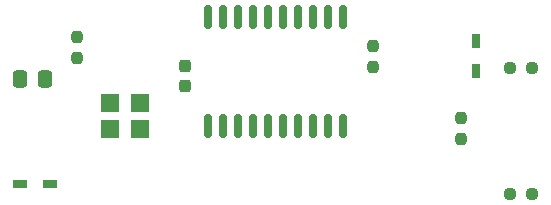
<source format=gbr>
%TF.GenerationSoftware,KiCad,Pcbnew,(6.0.5)*%
%TF.CreationDate,2022-05-22T23:21:51-04:00*%
%TF.ProjectId,controller,636f6e74-726f-46c6-9c65-722e6b696361,rev?*%
%TF.SameCoordinates,Original*%
%TF.FileFunction,Paste,Top*%
%TF.FilePolarity,Positive*%
%FSLAX46Y46*%
G04 Gerber Fmt 4.6, Leading zero omitted, Abs format (unit mm)*
G04 Created by KiCad (PCBNEW (6.0.5)) date 2022-05-22 23:21:51*
%MOMM*%
%LPD*%
G01*
G04 APERTURE LIST*
G04 Aperture macros list*
%AMRoundRect*
0 Rectangle with rounded corners*
0 $1 Rounding radius*
0 $2 $3 $4 $5 $6 $7 $8 $9 X,Y pos of 4 corners*
0 Add a 4 corners polygon primitive as box body*
4,1,4,$2,$3,$4,$5,$6,$7,$8,$9,$2,$3,0*
0 Add four circle primitives for the rounded corners*
1,1,$1+$1,$2,$3*
1,1,$1+$1,$4,$5*
1,1,$1+$1,$6,$7*
1,1,$1+$1,$8,$9*
0 Add four rect primitives between the rounded corners*
20,1,$1+$1,$2,$3,$4,$5,0*
20,1,$1+$1,$4,$5,$6,$7,0*
20,1,$1+$1,$6,$7,$8,$9,0*
20,1,$1+$1,$8,$9,$2,$3,0*%
G04 Aperture macros list end*
%ADD10RoundRect,0.237500X0.237500X-0.300000X0.237500X0.300000X-0.237500X0.300000X-0.237500X-0.300000X0*%
%ADD11R,1.200000X0.750000*%
%ADD12R,1.600000X1.500000*%
%ADD13R,0.750000X1.200000*%
%ADD14RoundRect,0.150000X0.150000X-0.875000X0.150000X0.875000X-0.150000X0.875000X-0.150000X-0.875000X0*%
%ADD15RoundRect,0.237500X0.250000X0.237500X-0.250000X0.237500X-0.250000X-0.237500X0.250000X-0.237500X0*%
%ADD16RoundRect,0.237500X0.237500X-0.250000X0.237500X0.250000X-0.237500X0.250000X-0.237500X-0.250000X0*%
%ADD17RoundRect,0.250000X-0.337500X-0.475000X0.337500X-0.475000X0.337500X0.475000X-0.337500X0.475000X0*%
G04 APERTURE END LIST*
D10*
%TO.C,C2*%
X106680000Y-83820000D03*
X106680000Y-82095000D03*
%TD*%
D11*
%TO.C,D1*%
X95250000Y-92075000D03*
X92710000Y-92075000D03*
%TD*%
D12*
%TO.C,X1*%
X100330000Y-87460000D03*
X102870000Y-87460000D03*
X102870000Y-85260000D03*
X100330000Y-85260000D03*
%TD*%
D13*
%TO.C,D3*%
X131318000Y-82550000D03*
X131318000Y-80010000D03*
%TD*%
D14*
%TO.C,U2*%
X108585000Y-87200000D03*
X109855000Y-87200000D03*
X111125000Y-87200000D03*
X112395000Y-87200000D03*
X113665000Y-87200000D03*
X114935000Y-87200000D03*
X116205000Y-87200000D03*
X117475000Y-87200000D03*
X118745000Y-87200000D03*
X120015000Y-87200000D03*
X120015000Y-77900000D03*
X118745000Y-77900000D03*
X117475000Y-77900000D03*
X116205000Y-77900000D03*
X114935000Y-77900000D03*
X113665000Y-77900000D03*
X112395000Y-77900000D03*
X111125000Y-77900000D03*
X109855000Y-77900000D03*
X108585000Y-77900000D03*
%TD*%
D15*
%TO.C,R3*%
X136040500Y-82296000D03*
X134215500Y-82296000D03*
%TD*%
D16*
%TO.C,R5*%
X122555000Y-82192500D03*
X122555000Y-80367500D03*
%TD*%
%TO.C,R1*%
X97536000Y-81430500D03*
X97536000Y-79605500D03*
%TD*%
%TO.C,R2*%
X130048000Y-88288500D03*
X130048000Y-86463500D03*
%TD*%
D17*
%TO.C,C1*%
X92710000Y-83185000D03*
X94785000Y-83185000D03*
%TD*%
D15*
%TO.C,R4*%
X136040500Y-92964000D03*
X134215500Y-92964000D03*
%TD*%
M02*

</source>
